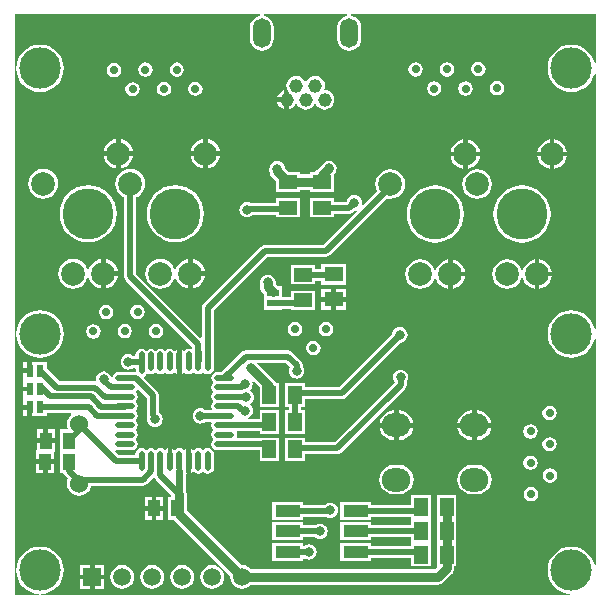
<source format=gbl>
%FSLAX25Y25*%
%MOIN*%
G70*
G01*
G75*
G04 Layer_Physical_Order=2*
G04 Layer_Color=16711680*
%ADD10R,0.04921X0.07284*%
%ADD11R,0.09252X0.09449*%
%ADD12C,0.02756*%
%ADD13C,0.03150*%
%ADD14C,0.01969*%
%ADD15C,0.05906*%
%ADD16R,0.05906X0.05906*%
%ADD17C,0.06000*%
%ADD18O,0.09449X0.07874*%
%ADD19C,0.07874*%
%ADD20O,0.05906X0.09843*%
%ADD21C,0.04528*%
%ADD22C,0.02756*%
%ADD23C,0.03150*%
%ADD24C,0.13780*%
%ADD25C,0.17000*%
%ADD26R,0.08268X0.03937*%
%ADD27R,0.04500X0.05906*%
%ADD28R,0.02362X0.03937*%
%ADD29R,0.06299X0.05118*%
%ADD30R,0.05906X0.04500*%
%ADD31O,0.06496X0.02165*%
%ADD32O,0.02165X0.06496*%
%ADD33R,0.04000X0.05512*%
%ADD34R,0.03937X0.02362*%
%ADD35C,0.02362*%
G36*
X185367Y1791D02*
X184872Y1718D01*
X184475Y3028D01*
X183744Y4396D01*
X182760Y5595D01*
X181561Y6579D01*
X180193Y7310D01*
X178709Y7760D01*
X177165Y7912D01*
X175622Y7760D01*
X174137Y7310D01*
X172770Y6579D01*
X171571Y5595D01*
X170587Y4396D01*
X169855Y3028D01*
X169405Y1544D01*
X169253Y0D01*
X169405Y-1544D01*
X169855Y-3028D01*
X170587Y-4396D01*
X171571Y-5595D01*
X172770Y-6579D01*
X174137Y-7310D01*
X175622Y-7760D01*
X177165Y-7912D01*
X178709Y-7760D01*
X180193Y-7310D01*
X181561Y-6579D01*
X182760Y-5595D01*
X183744Y-4396D01*
X184475Y-3028D01*
X184872Y-1718D01*
X185367Y-1791D01*
Y-86791D01*
X184872Y-86865D01*
X184475Y-85555D01*
X183744Y-84187D01*
X182760Y-82988D01*
X181561Y-82004D01*
X180193Y-81273D01*
X178709Y-80823D01*
X177165Y-80671D01*
X175622Y-80823D01*
X174137Y-81273D01*
X172770Y-82004D01*
X171571Y-82988D01*
X170587Y-84187D01*
X169855Y-85555D01*
X169405Y-87039D01*
X169253Y-88583D01*
X169405Y-90126D01*
X169855Y-91610D01*
X170587Y-92978D01*
X171571Y-94177D01*
X172770Y-95161D01*
X174137Y-95893D01*
X175622Y-96343D01*
X177165Y-96495D01*
X178709Y-96343D01*
X180193Y-95893D01*
X181561Y-95161D01*
X182760Y-94177D01*
X183744Y-92978D01*
X184475Y-91610D01*
X184872Y-90301D01*
X185367Y-90374D01*
Y-165532D01*
X184872Y-165605D01*
X184475Y-164295D01*
X183744Y-162927D01*
X182760Y-161728D01*
X181561Y-160744D01*
X180193Y-160013D01*
X178709Y-159563D01*
X177165Y-159411D01*
X175622Y-159563D01*
X174137Y-160013D01*
X172770Y-160744D01*
X171571Y-161728D01*
X170587Y-162927D01*
X169855Y-164295D01*
X169405Y-165779D01*
X169253Y-167323D01*
X169405Y-168866D01*
X169855Y-170351D01*
X170587Y-171719D01*
X171571Y-172917D01*
X172770Y-173901D01*
X174137Y-174633D01*
X175622Y-175083D01*
X176744Y-175194D01*
X176720Y-175693D01*
X446D01*
X422Y-175214D01*
X422D01*
X421Y-175194D01*
X1544Y-175083D01*
X3028Y-174633D01*
X4396Y-173901D01*
X5595Y-172917D01*
X6579Y-171719D01*
X7310Y-170351D01*
X7760Y-168866D01*
X7912Y-167323D01*
X7760Y-165779D01*
X7310Y-164295D01*
X6579Y-162927D01*
X5595Y-161728D01*
X4396Y-160744D01*
X3028Y-160013D01*
X1544Y-159563D01*
X0Y-159411D01*
X-1544Y-159563D01*
X-3028Y-160013D01*
X-4396Y-160744D01*
X-5595Y-161728D01*
X-6579Y-162927D01*
X-7310Y-164295D01*
X-7760Y-165779D01*
X-7912Y-167323D01*
X-7760Y-168866D01*
X-7310Y-170351D01*
X-6579Y-171719D01*
X-5595Y-172917D01*
X-4396Y-173901D01*
X-3028Y-174633D01*
X-1544Y-175083D01*
X-421Y-175194D01*
X-446Y-175693D01*
X-8457D01*
Y18131D01*
X73311D01*
X73344Y17632D01*
X72988Y17585D01*
X72030Y17188D01*
X71208Y16557D01*
X70577Y15735D01*
X70180Y14777D01*
X70045Y13749D01*
Y9812D01*
X70180Y8785D01*
X70577Y7827D01*
X71208Y7005D01*
X72030Y6373D01*
X72988Y5977D01*
X74016Y5841D01*
X75043Y5977D01*
X76001Y6373D01*
X76824Y7005D01*
X77455Y7827D01*
X77851Y8785D01*
X77987Y9812D01*
Y13749D01*
X77851Y14777D01*
X77455Y15735D01*
X76824Y16557D01*
X76001Y17188D01*
X75043Y17585D01*
X74687Y17632D01*
X74720Y18131D01*
X102445D01*
X102478Y17632D01*
X102122Y17585D01*
X101164Y17188D01*
X100342Y16557D01*
X99711Y15735D01*
X99314Y14777D01*
X99179Y13749D01*
Y9812D01*
X99314Y8785D01*
X99711Y7827D01*
X100342Y7005D01*
X101164Y6373D01*
X102122Y5977D01*
X103150Y5841D01*
X104177Y5977D01*
X105135Y6373D01*
X105957Y7005D01*
X106589Y7827D01*
X106985Y8785D01*
X107121Y9812D01*
Y13749D01*
X106985Y14777D01*
X106589Y15735D01*
X105957Y16557D01*
X105135Y17188D01*
X104177Y17585D01*
X103821Y17632D01*
X103854Y18131D01*
X185367D01*
Y1791D01*
D02*
G37*
%LPC*%
G36*
X145620Y-113975D02*
Y-118151D01*
X150480D01*
X150415Y-117654D01*
X149919Y-116457D01*
X149130Y-115429D01*
X148102Y-114640D01*
X146905Y-114144D01*
X145620Y-113975D01*
D02*
G37*
G36*
X144045D02*
X142761Y-114144D01*
X141564Y-114640D01*
X140535Y-115429D01*
X139747Y-116457D01*
X139251Y-117654D01*
X139185Y-118151D01*
X144045D01*
Y-113975D01*
D02*
G37*
G36*
X119636D02*
Y-118151D01*
X124496D01*
X124431Y-117654D01*
X123935Y-116457D01*
X123146Y-115429D01*
X122118Y-114640D01*
X120921Y-114144D01*
X119636Y-113975D01*
D02*
G37*
G36*
X169912Y-112419D02*
X168990Y-112603D01*
X168209Y-113125D01*
X167687Y-113906D01*
X167503Y-114828D01*
X167687Y-115750D01*
X168209Y-116531D01*
X168990Y-117053D01*
X169912Y-117236D01*
X170834Y-117053D01*
X171615Y-116531D01*
X172137Y-115750D01*
X172320Y-114828D01*
X172137Y-113906D01*
X171615Y-113125D01*
X170834Y-112603D01*
X169912Y-112419D01*
D02*
G37*
G36*
X82623Y-94040D02*
X68608D01*
X67840Y-94193D01*
X67189Y-94628D01*
X60711Y-101106D01*
X59277D01*
X58470Y-101267D01*
X57787Y-101724D01*
X57330Y-102407D01*
X57169Y-103214D01*
X57330Y-104020D01*
X57787Y-104704D01*
Y-104873D01*
X57330Y-105557D01*
X57169Y-106363D01*
X57330Y-107170D01*
X57787Y-107853D01*
Y-108023D01*
X57330Y-108706D01*
X57169Y-109513D01*
X57330Y-110319D01*
X57787Y-111003D01*
Y-111172D01*
X57330Y-111856D01*
X57169Y-112662D01*
X57320Y-113418D01*
X57002Y-113805D01*
X55062D01*
X54787Y-113594D01*
X54165Y-113336D01*
X53497Y-113248D01*
X52829Y-113336D01*
X52206Y-113594D01*
X51672Y-114004D01*
X51262Y-114539D01*
X51004Y-115161D01*
X50916Y-115829D01*
X51004Y-116497D01*
X51262Y-117120D01*
X51672Y-117655D01*
X52206Y-118065D01*
X52829Y-118323D01*
X53497Y-118411D01*
X54165Y-118323D01*
X54787Y-118065D01*
X55107Y-117819D01*
X57002D01*
X57320Y-118206D01*
X57169Y-118962D01*
X57330Y-119768D01*
X57787Y-120452D01*
Y-120621D01*
X57330Y-121305D01*
X57169Y-122111D01*
X57330Y-122918D01*
X57787Y-123601D01*
Y-123771D01*
X57330Y-124454D01*
X57169Y-125261D01*
X57330Y-126067D01*
X57787Y-126751D01*
X58470Y-127208D01*
X59277Y-127368D01*
X63607D01*
X64112Y-127268D01*
X73237D01*
Y-130925D01*
X79705D01*
Y-123051D01*
X73237D01*
Y-123254D01*
X65882D01*
X65564Y-122867D01*
X65715Y-122111D01*
X65554Y-121305D01*
X65734Y-120969D01*
X73237D01*
Y-121877D01*
X79705D01*
Y-114003D01*
X73237D01*
Y-116955D01*
X69403D01*
X69305Y-116464D01*
X69674Y-116311D01*
X70209Y-115901D01*
X70619Y-115367D01*
X70877Y-114744D01*
X70965Y-114076D01*
X70877Y-113408D01*
X70619Y-112785D01*
X70209Y-112251D01*
X70077Y-112150D01*
X70109Y-111910D01*
X70643Y-111500D01*
X71053Y-110965D01*
X71311Y-110343D01*
X71399Y-109675D01*
X71311Y-109007D01*
X71053Y-108384D01*
X70643Y-107849D01*
X70109Y-107439D01*
X70082Y-107239D01*
X70190Y-107157D01*
X70600Y-106622D01*
X70858Y-106000D01*
X70946Y-105332D01*
X70858Y-104664D01*
X70812Y-104554D01*
X71228Y-104277D01*
X73237Y-106285D01*
Y-112791D01*
X79705D01*
Y-104917D01*
X78846D01*
X78706Y-104578D01*
X78296Y-104044D01*
X72329Y-98077D01*
X72337Y-98054D01*
X81792D01*
X83329Y-99592D01*
X83075Y-100204D01*
X82987Y-100872D01*
X83075Y-101540D01*
X83333Y-102163D01*
X83743Y-102697D01*
X84278Y-103107D01*
X84900Y-103365D01*
X85568Y-103453D01*
X86237Y-103365D01*
X86859Y-103107D01*
X87394Y-102697D01*
X87804Y-102163D01*
X88062Y-101540D01*
X88150Y-100872D01*
X88062Y-100204D01*
X87804Y-99581D01*
X87576Y-99284D01*
Y-98993D01*
X87423Y-98225D01*
X86988Y-97574D01*
X84042Y-94628D01*
X83391Y-94193D01*
X82623Y-94040D01*
D02*
G37*
G36*
X119956Y-86261D02*
X119288Y-86349D01*
X118665Y-86606D01*
X118131Y-87017D01*
X117720Y-87551D01*
X117463Y-88174D01*
X117414Y-88546D01*
X99714Y-106245D01*
X88205D01*
Y-104917D01*
X81736D01*
Y-112791D01*
X82964D01*
Y-114003D01*
X81736D01*
Y-121877D01*
X88205D01*
Y-114003D01*
X86978D01*
Y-112791D01*
X88205D01*
Y-110259D01*
X100545D01*
X101313Y-110107D01*
X101964Y-109672D01*
X101964Y-109672D01*
X101964Y-109672D01*
X120252Y-91384D01*
X120624Y-91335D01*
X121246Y-91077D01*
X121781Y-90667D01*
X122191Y-90132D01*
X122449Y-89510D01*
X122537Y-88842D01*
X122449Y-88174D01*
X122191Y-87551D01*
X121781Y-87017D01*
X121246Y-86606D01*
X120624Y-86349D01*
X119956Y-86261D01*
D02*
G37*
G36*
X-4168Y-113757D02*
X-5546D01*
Y-115922D01*
X-4168D01*
Y-113757D01*
D02*
G37*
G36*
X150480Y-119726D02*
X145620D01*
Y-123902D01*
X146905Y-123733D01*
X148102Y-123237D01*
X149130Y-122448D01*
X149919Y-121420D01*
X150415Y-120223D01*
X150480Y-119726D01*
D02*
G37*
G36*
X144045D02*
X139185D01*
X139251Y-120223D01*
X139747Y-121420D01*
X140535Y-122448D01*
X141564Y-123237D01*
X142761Y-123733D01*
X144045Y-123902D01*
Y-119726D01*
D02*
G37*
G36*
X124496D02*
X119636D01*
Y-123902D01*
X120921Y-123733D01*
X122118Y-123237D01*
X123146Y-122448D01*
X123935Y-121420D01*
X124431Y-120223D01*
X124496Y-119726D01*
D02*
G37*
G36*
X163535Y-118602D02*
X162613Y-118786D01*
X161832Y-119308D01*
X161310Y-120089D01*
X161126Y-121011D01*
X161310Y-121933D01*
X161832Y-122714D01*
X162613Y-123236D01*
X163535Y-123419D01*
X164457Y-123236D01*
X165238Y-122714D01*
X165760Y-121933D01*
X165944Y-121011D01*
X165760Y-120089D01*
X165238Y-119308D01*
X164457Y-118786D01*
X163535Y-118602D01*
D02*
G37*
G36*
X118061Y-113975D02*
X116777Y-114144D01*
X115579Y-114640D01*
X114551Y-115429D01*
X113762Y-116457D01*
X113267Y-117654D01*
X113201Y-118151D01*
X118061D01*
Y-113975D01*
D02*
G37*
G36*
X4862Y-120316D02*
X2665D01*
Y-123269D01*
X4862D01*
Y-120316D01*
D02*
G37*
G36*
X1091D02*
X-1106D01*
Y-123269D01*
X1091D01*
Y-120316D01*
D02*
G37*
G36*
X22109Y-78756D02*
X21187Y-78939D01*
X20406Y-79461D01*
X19884Y-80243D01*
X19701Y-81164D01*
X19884Y-82086D01*
X20406Y-82867D01*
X21187Y-83389D01*
X22109Y-83573D01*
X23031Y-83389D01*
X23812Y-82867D01*
X24334Y-82086D01*
X24518Y-81164D01*
X24334Y-80243D01*
X23812Y-79461D01*
X23031Y-78939D01*
X22109Y-78756D01*
D02*
G37*
G36*
X95418Y-84470D02*
X94496Y-84654D01*
X93714Y-85176D01*
X93192Y-85957D01*
X93009Y-86879D01*
X93192Y-87801D01*
X93714Y-88582D01*
X94496Y-89104D01*
X95418Y-89287D01*
X96339Y-89104D01*
X97121Y-88582D01*
X97643Y-87801D01*
X97826Y-86879D01*
X97643Y-85957D01*
X97121Y-85176D01*
X96339Y-84654D01*
X95418Y-84470D01*
D02*
G37*
G36*
X84970D02*
X84049Y-84654D01*
X83267Y-85176D01*
X82745Y-85957D01*
X82562Y-86879D01*
X82745Y-87801D01*
X83267Y-88582D01*
X84049Y-89104D01*
X84970Y-89287D01*
X85892Y-89104D01*
X86673Y-88582D01*
X87195Y-87801D01*
X87379Y-86879D01*
X87195Y-85957D01*
X86673Y-85176D01*
X85892Y-84654D01*
X84970Y-84470D01*
D02*
G37*
G36*
X32556Y-78756D02*
X31635Y-78939D01*
X30853Y-79461D01*
X30331Y-80243D01*
X30148Y-81164D01*
X30331Y-82086D01*
X30853Y-82867D01*
X31635Y-83389D01*
X32556Y-83573D01*
X33478Y-83389D01*
X34259Y-82867D01*
X34782Y-82086D01*
X34965Y-81164D01*
X34782Y-80243D01*
X34259Y-79461D01*
X33478Y-78939D01*
X32556Y-78756D01*
D02*
G37*
G36*
X102023Y-77768D02*
X98676D01*
Y-80524D01*
X102023D01*
Y-77768D01*
D02*
G37*
G36*
X97101D02*
X93755D01*
Y-80524D01*
X97101D01*
Y-77768D01*
D02*
G37*
G36*
X75962Y-68785D02*
X75294Y-68873D01*
X74671Y-69130D01*
X74137Y-69541D01*
X73726Y-70075D01*
X73469Y-70698D01*
X73381Y-71366D01*
Y-72934D01*
X73469Y-73602D01*
X73575Y-73860D01*
X73726Y-74225D01*
X74137Y-74759D01*
X74693Y-75316D01*
Y-76981D01*
Y-80524D01*
X80599D01*
Y-80366D01*
X83735D01*
Y-80524D01*
X91609D01*
Y-74055D01*
X83735D01*
Y-76351D01*
X80599D01*
Y-72650D01*
X79328D01*
X78543Y-71865D01*
Y-71366D01*
X78455Y-70698D01*
X78197Y-70075D01*
X77787Y-69541D01*
X77252Y-69130D01*
X76630Y-68873D01*
X75962Y-68785D01*
D02*
G37*
G36*
X91153Y-90847D02*
X90232Y-91031D01*
X89450Y-91553D01*
X88928Y-92334D01*
X88745Y-93256D01*
X88928Y-94178D01*
X89450Y-94959D01*
X90232Y-95481D01*
X91153Y-95664D01*
X92075Y-95481D01*
X92856Y-94959D01*
X93379Y-94178D01*
X93562Y-93256D01*
X93379Y-92334D01*
X92856Y-91553D01*
X92075Y-91031D01*
X91153Y-90847D01*
D02*
G37*
G36*
X0Y-80671D02*
X-1544Y-80823D01*
X-3028Y-81273D01*
X-4396Y-82004D01*
X-5595Y-82988D01*
X-6579Y-84187D01*
X-7310Y-85555D01*
X-7760Y-87039D01*
X-7912Y-88583D01*
X-7760Y-90126D01*
X-7310Y-91610D01*
X-6579Y-92978D01*
X-5595Y-94177D01*
X-4396Y-95161D01*
X-3028Y-95893D01*
X-1544Y-96343D01*
X0Y-96495D01*
X1544Y-96343D01*
X3028Y-95893D01*
X4396Y-95161D01*
X5595Y-94177D01*
X6579Y-92978D01*
X7310Y-91610D01*
X7760Y-90126D01*
X7912Y-88583D01*
X7760Y-87039D01*
X7310Y-85555D01*
X6579Y-84187D01*
X5595Y-82988D01*
X4396Y-82004D01*
X3028Y-81273D01*
X1544Y-80823D01*
X0Y-80671D01*
D02*
G37*
G36*
X-4168Y-97779D02*
X-5546D01*
Y-99944D01*
X-4168D01*
Y-97779D01*
D02*
G37*
G36*
X43332Y-93429D02*
X42525Y-93589D01*
X41842Y-94046D01*
X41672D01*
X40989Y-93589D01*
X40182Y-93429D01*
X39376Y-93589D01*
X38692Y-94046D01*
X38523D01*
X37839Y-93589D01*
X37033Y-93429D01*
X36226Y-93589D01*
X35542Y-94046D01*
X35373D01*
X34689Y-93589D01*
X33883Y-93429D01*
X33077Y-93589D01*
X32393Y-94046D01*
X31936Y-94730D01*
X31776Y-95536D01*
Y-95835D01*
X31032D01*
X30735Y-95606D01*
X30112Y-95349D01*
X29444Y-95261D01*
X28776Y-95349D01*
X28153Y-95606D01*
X27619Y-96017D01*
X27209Y-96551D01*
X26951Y-97174D01*
X26863Y-97842D01*
X26951Y-98510D01*
X27209Y-99132D01*
X27619Y-99667D01*
X28153Y-100077D01*
X28776Y-100335D01*
X29444Y-100423D01*
X30112Y-100335D01*
X30735Y-100077D01*
X31032Y-99849D01*
X31776D01*
Y-99867D01*
X31876Y-100372D01*
Y-100921D01*
D01*
X31876Y-100921D01*
D01*
X31569Y-101237D01*
X31192D01*
X30536Y-101106D01*
X26206D01*
X25399Y-101267D01*
X24716Y-101724D01*
X24259Y-102407D01*
X24179Y-102809D01*
X23681Y-102858D01*
X23460Y-102325D01*
X23050Y-101791D01*
X22516Y-101380D01*
X21893Y-101122D01*
X21225Y-101035D01*
X20557Y-101122D01*
X19935Y-101380D01*
X19400Y-101791D01*
X18990Y-102325D01*
X18732Y-102948D01*
X18644Y-103616D01*
X18694Y-103992D01*
X18364Y-104368D01*
X6660D01*
X2328Y-100036D01*
Y-97779D01*
X-2594D01*
Y-100732D01*
X-3380D01*
Y-101519D01*
X-5546D01*
Y-103684D01*
X-5546Y-103684D01*
X-5546Y-103898D01*
X-5546D01*
Y-106063D01*
X-3380D01*
Y-107638D01*
X-5546D01*
Y-109803D01*
X-5546Y-109803D01*
X-5546Y-110017D01*
X-5546D01*
Y-112182D01*
X-3380D01*
Y-112968D01*
X-2594D01*
Y-115922D01*
X2328D01*
Y-114976D01*
X10218D01*
X10378Y-115450D01*
X10216Y-115574D01*
X9578Y-116406D01*
X9176Y-117376D01*
X9039Y-118416D01*
X9176Y-119456D01*
X9360Y-119901D01*
X9083Y-120316D01*
X6694D01*
Y-127362D01*
X6597D01*
Y-134843D01*
X7822D01*
X7824Y-134850D01*
X8259Y-135501D01*
X9457Y-136699D01*
X9176Y-137376D01*
X9039Y-138416D01*
X9176Y-139456D01*
X9578Y-140425D01*
X10216Y-141257D01*
X11049Y-141896D01*
X12018Y-142297D01*
X13058Y-142434D01*
X14098Y-142297D01*
X15067Y-141896D01*
X15900Y-141257D01*
X16538Y-140425D01*
X16940Y-139456D01*
X16987Y-139097D01*
X34241D01*
X35009Y-138945D01*
X35660Y-138510D01*
X35660Y-138510D01*
X35660Y-138510D01*
X37863Y-136307D01*
X38328Y-136448D01*
X38763Y-137099D01*
X43725Y-142062D01*
Y-142912D01*
X42830D01*
Y-150392D01*
X44662D01*
X63517Y-169247D01*
X63480Y-169531D01*
X63615Y-170558D01*
X64012Y-171516D01*
X64643Y-172338D01*
X65465Y-172969D01*
X66423Y-173366D01*
X67451Y-173502D01*
X68478Y-173366D01*
X69436Y-172969D01*
X70258Y-172338D01*
X70433Y-172112D01*
X132662D01*
X133330Y-172024D01*
X133642Y-171895D01*
X133953Y-171766D01*
X134487Y-171356D01*
X137404Y-168439D01*
X137609Y-168172D01*
X137814Y-167904D01*
X138072Y-167282D01*
X138160Y-166614D01*
Y-166038D01*
X138813D01*
Y-158164D01*
D01*
Y-158164D01*
X138813Y-158164D01*
Y-158038D01*
X138813D01*
Y-150164D01*
D01*
Y-150164D01*
X138813Y-150164D01*
Y-150038D01*
X138813D01*
Y-142164D01*
X132345D01*
Y-150038D01*
X132345Y-150038D01*
X132345Y-150164D01*
X132345D01*
Y-158038D01*
X132345Y-158038D01*
X132345Y-158164D01*
X132345D01*
Y-166038D01*
X132345Y-166038D01*
X132345D01*
X132392Y-166151D01*
X131593Y-166949D01*
X70433D01*
X70258Y-166723D01*
X69436Y-166092D01*
X68478Y-165695D01*
X67451Y-165560D01*
X67167Y-165597D01*
X48888Y-147317D01*
Y-141937D01*
X48800Y-141269D01*
X48689Y-141002D01*
Y-135252D01*
X49075Y-134935D01*
X48844Y-134889D01*
Y-130774D01*
Y-126656D01*
X48825Y-126660D01*
X48141Y-127117D01*
X47971D01*
X47288Y-126660D01*
X46481Y-126500D01*
X45675Y-126660D01*
X44991Y-127117D01*
X44822D01*
X44138Y-126660D01*
X44119Y-126656D01*
Y-130774D01*
X42544D01*
Y-126656D01*
X42525Y-126660D01*
X41842Y-127117D01*
X41672D01*
X40989Y-126660D01*
X40182Y-126500D01*
X39376Y-126660D01*
X38692Y-127117D01*
X38523D01*
X37839Y-126660D01*
X37033Y-126500D01*
X36226Y-126660D01*
X35542Y-127117D01*
X35373D01*
X34689Y-126660D01*
X33883Y-126500D01*
X33077Y-126660D01*
X32393Y-127117D01*
X31936Y-127801D01*
X31776Y-128607D01*
Y-128766D01*
X26280D01*
X25163Y-127649D01*
X25399Y-127208D01*
D01*
X25399Y-127208D01*
X26206Y-127368D01*
X30536D01*
X31343Y-127208D01*
X32027Y-126751D01*
X32484Y-126067D01*
X32644Y-125261D01*
X32484Y-124454D01*
X32027Y-123771D01*
Y-123601D01*
X32484Y-122918D01*
X32644Y-122111D01*
X32484Y-121305D01*
X32027Y-120621D01*
Y-120452D01*
X32484Y-119768D01*
X32644Y-118962D01*
X32484Y-118155D01*
X32027Y-117472D01*
Y-117302D01*
X32484Y-116619D01*
X32644Y-115812D01*
X32484Y-115006D01*
X32027Y-114322D01*
Y-114153D01*
X32484Y-113469D01*
X32644Y-112662D01*
X32484Y-111856D01*
X32027Y-111172D01*
Y-111003D01*
X32484Y-110319D01*
X32644Y-109513D01*
X32484Y-108706D01*
X32027Y-108023D01*
Y-107853D01*
X32460Y-107204D01*
X32958Y-107155D01*
X35533Y-109730D01*
Y-115647D01*
X35686Y-116415D01*
X35776Y-116550D01*
X35732Y-116884D01*
X35820Y-117552D01*
X36078Y-118174D01*
X36488Y-118709D01*
X37023Y-119119D01*
X37645Y-119377D01*
X38313Y-119465D01*
X38981Y-119377D01*
X39604Y-119119D01*
X40138Y-118709D01*
X40549Y-118174D01*
X40806Y-117552D01*
X40894Y-116884D01*
X40806Y-116216D01*
X40549Y-115593D01*
X40138Y-115059D01*
X39604Y-114648D01*
X39547Y-114625D01*
Y-108899D01*
X39420Y-108258D01*
X39394Y-108131D01*
X38959Y-107480D01*
X34559Y-103079D01*
X34651Y-102776D01*
X35302Y-102340D01*
X35737Y-101689D01*
X35924Y-101612D01*
X36226Y-101814D01*
X37033Y-101975D01*
X37839Y-101814D01*
X38523Y-101357D01*
X38692D01*
X39376Y-101814D01*
X40182Y-101975D01*
X40989Y-101814D01*
X41672Y-101357D01*
X41842D01*
X42525Y-101814D01*
X43332Y-101975D01*
X44138Y-101814D01*
X44822Y-101357D01*
X44991D01*
X45675Y-101814D01*
X45694Y-101818D01*
Y-97703D01*
Y-93586D01*
X45675Y-93589D01*
X44991Y-94046D01*
X44822D01*
X44138Y-93589D01*
X43332Y-93429D01*
D02*
G37*
G36*
X38739Y-85133D02*
X37818Y-85316D01*
X37036Y-85838D01*
X36514Y-86620D01*
X36331Y-87541D01*
X36514Y-88463D01*
X37036Y-89244D01*
X37818Y-89766D01*
X38739Y-89950D01*
X39661Y-89766D01*
X40442Y-89244D01*
X40964Y-88463D01*
X41148Y-87541D01*
X40964Y-86620D01*
X40442Y-85838D01*
X39661Y-85316D01*
X38739Y-85133D01*
D02*
G37*
G36*
X28292D02*
X27370Y-85316D01*
X26589Y-85838D01*
X26067Y-86620D01*
X25884Y-87541D01*
X26067Y-88463D01*
X26589Y-89244D01*
X27370Y-89766D01*
X28292Y-89950D01*
X29214Y-89766D01*
X29995Y-89244D01*
X30517Y-88463D01*
X30700Y-87541D01*
X30517Y-86620D01*
X29995Y-85838D01*
X29214Y-85316D01*
X28292Y-85133D01*
D02*
G37*
G36*
X17845Y-85272D02*
X16923Y-85456D01*
X16142Y-85978D01*
X15620Y-86759D01*
X15436Y-87681D01*
X15620Y-88602D01*
X16142Y-89384D01*
X16923Y-89906D01*
X17845Y-90089D01*
X18767Y-89906D01*
X19548Y-89384D01*
X20070Y-88602D01*
X20253Y-87681D01*
X20070Y-86759D01*
X19548Y-85978D01*
X18767Y-85456D01*
X17845Y-85272D01*
D02*
G37*
G36*
X87694Y-151372D02*
X77458D01*
Y-157277D01*
X87694D01*
Y-156332D01*
X91721D01*
X92019Y-156560D01*
X92641Y-156818D01*
X93309Y-156906D01*
X93977Y-156818D01*
X94600Y-156560D01*
X95135Y-156150D01*
X95545Y-155615D01*
X95802Y-154992D01*
X95890Y-154324D01*
X95802Y-153656D01*
X95545Y-153034D01*
X95135Y-152499D01*
X94600Y-152089D01*
X93977Y-151831D01*
X93309Y-151743D01*
X92641Y-151831D01*
X92019Y-152089D01*
X91721Y-152317D01*
X87694D01*
Y-151372D01*
D02*
G37*
G36*
Y-158261D02*
X77458D01*
Y-164167D01*
X87694D01*
Y-163508D01*
X88143Y-163287D01*
X88355Y-163450D01*
X88977Y-163707D01*
X89645Y-163795D01*
X90313Y-163707D01*
X90936Y-163450D01*
X91470Y-163039D01*
X91881Y-162505D01*
X92138Y-161882D01*
X92226Y-161214D01*
X92138Y-160546D01*
X91881Y-159924D01*
X91470Y-159389D01*
X90936Y-158979D01*
X90313Y-158721D01*
X89645Y-158633D01*
X88977Y-158721D01*
X88355Y-158979D01*
X88143Y-159142D01*
X87694Y-158921D01*
Y-158261D01*
D02*
G37*
G36*
X21388Y-165594D02*
X18238D01*
Y-168743D01*
X21388D01*
Y-165594D01*
D02*
G37*
G36*
X37227Y-147439D02*
X35030D01*
Y-150392D01*
X37227D01*
Y-147439D01*
D02*
G37*
G36*
Y-142912D02*
X35030D01*
Y-145864D01*
X37227D01*
Y-142912D01*
D02*
G37*
G36*
X87694Y-144482D02*
X77458D01*
Y-150387D01*
X87694D01*
Y-149442D01*
X95306D01*
X95463Y-149563D01*
X96086Y-149820D01*
X96754Y-149908D01*
X97422Y-149820D01*
X98044Y-149563D01*
X98579Y-149152D01*
X98989Y-148618D01*
X99247Y-147995D01*
X99335Y-147327D01*
X99247Y-146659D01*
X98989Y-146037D01*
X98579Y-145502D01*
X98044Y-145092D01*
X97422Y-144834D01*
X96754Y-144746D01*
X96086Y-144834D01*
X95463Y-145092D01*
X95025Y-145428D01*
X87694D01*
Y-144482D01*
D02*
G37*
G36*
X40999Y-147439D02*
X38802D01*
Y-150392D01*
X40999D01*
Y-147439D01*
D02*
G37*
G36*
X47451Y-165560D02*
X46423Y-165695D01*
X45465Y-166092D01*
X44643Y-166723D01*
X44012Y-167545D01*
X43615Y-168503D01*
X43480Y-169531D01*
X43615Y-170558D01*
X44012Y-171516D01*
X44643Y-172338D01*
X45465Y-172969D01*
X46423Y-173366D01*
X47451Y-173502D01*
X48478Y-173366D01*
X49436Y-172969D01*
X50258Y-172338D01*
X50890Y-171516D01*
X51286Y-170558D01*
X51422Y-169531D01*
X51286Y-168503D01*
X50890Y-167545D01*
X50258Y-166723D01*
X49436Y-166092D01*
X48478Y-165695D01*
X47451Y-165560D01*
D02*
G37*
G36*
X37451D02*
X36423Y-165695D01*
X35465Y-166092D01*
X34643Y-166723D01*
X34012Y-167545D01*
X33615Y-168503D01*
X33480Y-169531D01*
X33615Y-170558D01*
X34012Y-171516D01*
X34643Y-172338D01*
X35465Y-172969D01*
X36423Y-173366D01*
X37451Y-173502D01*
X38478Y-173366D01*
X39436Y-172969D01*
X40258Y-172338D01*
X40890Y-171516D01*
X41286Y-170558D01*
X41422Y-169531D01*
X41286Y-168503D01*
X40890Y-167545D01*
X40258Y-166723D01*
X39436Y-166092D01*
X38478Y-165695D01*
X37451Y-165560D01*
D02*
G37*
G36*
X27451D02*
X26423Y-165695D01*
X25465Y-166092D01*
X24643Y-166723D01*
X24012Y-167545D01*
X23615Y-168503D01*
X23480Y-169531D01*
X23615Y-170558D01*
X24012Y-171516D01*
X24643Y-172338D01*
X25465Y-172969D01*
X26423Y-173366D01*
X27451Y-173502D01*
X28478Y-173366D01*
X29436Y-172969D01*
X30259Y-172338D01*
X30890Y-171516D01*
X31286Y-170558D01*
X31422Y-169531D01*
X31286Y-168503D01*
X30890Y-167545D01*
X30259Y-166723D01*
X29436Y-166092D01*
X28478Y-165695D01*
X27451Y-165560D01*
D02*
G37*
G36*
X57451D02*
X56423Y-165695D01*
X55465Y-166092D01*
X54643Y-166723D01*
X54012Y-167545D01*
X53615Y-168503D01*
X53480Y-169531D01*
X53615Y-170558D01*
X54012Y-171516D01*
X54643Y-172338D01*
X55465Y-172969D01*
X56423Y-173366D01*
X57451Y-173502D01*
X58478Y-173366D01*
X59436Y-172969D01*
X60259Y-172338D01*
X60890Y-171516D01*
X61286Y-170558D01*
X61422Y-169531D01*
X61286Y-168503D01*
X60890Y-167545D01*
X60259Y-166723D01*
X59436Y-166092D01*
X58478Y-165695D01*
X57451Y-165560D01*
D02*
G37*
G36*
X16663Y-165594D02*
X13514D01*
Y-168743D01*
X16663D01*
Y-165594D01*
D02*
G37*
G36*
X21388Y-170318D02*
X18238D01*
Y-173468D01*
X21388D01*
Y-170318D01*
D02*
G37*
G36*
X16663D02*
X13514D01*
Y-173468D01*
X16663D01*
Y-170318D01*
D02*
G37*
G36*
X4862Y-124844D02*
X-1106D01*
Y-127362D01*
X-1203D01*
Y-130315D01*
X4766D01*
Y-127797D01*
X4862D01*
Y-124844D01*
D02*
G37*
G36*
X163535Y-129050D02*
X162613Y-129233D01*
X161832Y-129755D01*
X161310Y-130536D01*
X161126Y-131458D01*
X161310Y-132380D01*
X161832Y-133161D01*
X162613Y-133683D01*
X163535Y-133867D01*
X164457Y-133683D01*
X165238Y-133161D01*
X165760Y-132380D01*
X165944Y-131458D01*
X165760Y-130536D01*
X165238Y-129755D01*
X164457Y-129233D01*
X163535Y-129050D01*
D02*
G37*
G36*
X4766Y-131890D02*
X2569D01*
Y-134843D01*
X4766D01*
Y-131890D01*
D02*
G37*
G36*
X169912Y-122867D02*
X168990Y-123050D01*
X168209Y-123572D01*
X167687Y-124354D01*
X167503Y-125275D01*
X167687Y-126197D01*
X168209Y-126978D01*
X168990Y-127500D01*
X169912Y-127684D01*
X170834Y-127500D01*
X171615Y-126978D01*
X172137Y-126197D01*
X172320Y-125275D01*
X172137Y-124354D01*
X171615Y-123572D01*
X170834Y-123050D01*
X169912Y-122867D01*
D02*
G37*
G36*
X118061Y-119726D02*
X113201D01*
X113267Y-120223D01*
X113762Y-121420D01*
X114551Y-122448D01*
X115579Y-123237D01*
X116777Y-123733D01*
X118061Y-123902D01*
Y-119726D01*
D02*
G37*
G36*
X120237Y-100388D02*
X119569Y-100476D01*
X118946Y-100734D01*
X118412Y-101144D01*
X118001Y-101679D01*
X117744Y-102301D01*
X117656Y-102969D01*
X117744Y-103637D01*
X118001Y-104260D01*
X118230Y-104557D01*
Y-104616D01*
X98207Y-124639D01*
X88205D01*
Y-123051D01*
X81736D01*
Y-130925D01*
X88205D01*
Y-128653D01*
X99038D01*
X99806Y-128500D01*
X100457Y-128065D01*
X100457Y-128065D01*
X100457Y-128065D01*
X121656Y-106866D01*
X122091Y-106215D01*
X122244Y-105447D01*
X122244Y-105447D01*
X122244Y-105447D01*
Y-105447D01*
Y-104557D01*
X122472Y-104260D01*
X122730Y-103637D01*
X122818Y-102969D01*
X122730Y-102301D01*
X122472Y-101679D01*
X122062Y-101144D01*
X121527Y-100734D01*
X120905Y-100476D01*
X120237Y-100388D01*
D02*
G37*
G36*
X55930Y-126500D02*
X55124Y-126660D01*
X54440Y-127117D01*
X54271D01*
X53587Y-126660D01*
X52781Y-126500D01*
X51974Y-126660D01*
X51290Y-127117D01*
X51121D01*
X50437Y-126660D01*
X50418Y-126656D01*
Y-130774D01*
Y-134889D01*
X50437Y-134885D01*
X51121Y-134428D01*
X51290D01*
X51974Y-134885D01*
X52781Y-135045D01*
X53587Y-134885D01*
X54271Y-134428D01*
X54440D01*
X55124Y-134885D01*
X55930Y-135045D01*
X56737Y-134885D01*
X57420Y-134428D01*
X57877Y-133745D01*
X58038Y-132938D01*
Y-128607D01*
X57877Y-127801D01*
X57420Y-127117D01*
X56737Y-126660D01*
X55930Y-126500D01*
D02*
G37*
G36*
X163674Y-139497D02*
X162753Y-139680D01*
X161971Y-140202D01*
X161449Y-140984D01*
X161266Y-141905D01*
X161449Y-142827D01*
X161971Y-143609D01*
X162753Y-144131D01*
X163674Y-144314D01*
X164596Y-144131D01*
X165377Y-143609D01*
X165900Y-142827D01*
X166083Y-141905D01*
X165900Y-140984D01*
X165377Y-140202D01*
X164596Y-139680D01*
X163674Y-139497D01*
D02*
G37*
G36*
X130313Y-142164D02*
X123845D01*
Y-145428D01*
X110332D01*
Y-144482D01*
X100096D01*
Y-150387D01*
X110332D01*
Y-149442D01*
X123845D01*
Y-149811D01*
X123845Y-149811D01*
X123845D01*
X123845Y-150038D01*
Y-150164D01*
D01*
D01*
D01*
X123845D01*
D01*
Y-152094D01*
X110332D01*
Y-151372D01*
X100096D01*
Y-157277D01*
X110332D01*
Y-156108D01*
X123845D01*
Y-157811D01*
X123845Y-157811D01*
X123845D01*
X123845Y-158038D01*
Y-158164D01*
D01*
D01*
D01*
X123845D01*
D01*
Y-159207D01*
X110332D01*
Y-158261D01*
X100096D01*
Y-164167D01*
X110332D01*
Y-163221D01*
X123845D01*
Y-166038D01*
X130313D01*
Y-158392D01*
X130313Y-158392D01*
D01*
D01*
X130313Y-158164D01*
Y-158153D01*
Y-158101D01*
X130313Y-158038D01*
X130313Y-157811D01*
X130313Y-157811D01*
X130313D01*
Y-150392D01*
X130313Y-150392D01*
D01*
D01*
X130313Y-150164D01*
Y-150153D01*
Y-150101D01*
X130313Y-150038D01*
X130313Y-149811D01*
X130313Y-149811D01*
X130313D01*
Y-142164D01*
D02*
G37*
G36*
X40999Y-142912D02*
X38802D01*
Y-145864D01*
X40999D01*
Y-142912D01*
D02*
G37*
G36*
X119636Y-132085D02*
X118061D01*
X116777Y-132254D01*
X115579Y-132750D01*
X114551Y-133539D01*
X113762Y-134567D01*
X113267Y-135764D01*
X113098Y-137049D01*
X113267Y-138333D01*
X113762Y-139531D01*
X114551Y-140559D01*
X115579Y-141347D01*
X116777Y-141843D01*
X118061Y-142012D01*
X119636D01*
X120921Y-141843D01*
X122118Y-141347D01*
X123146Y-140559D01*
X123935Y-139531D01*
X124431Y-138333D01*
X124600Y-137049D01*
X124431Y-135764D01*
X123935Y-134567D01*
X123146Y-133539D01*
X122118Y-132750D01*
X120921Y-132254D01*
X119636Y-132085D01*
D02*
G37*
G36*
X994Y-131890D02*
X-1203D01*
Y-134843D01*
X994D01*
Y-131890D01*
D02*
G37*
G36*
X170052Y-133314D02*
X169130Y-133497D01*
X168349Y-134019D01*
X167826Y-134801D01*
X167643Y-135722D01*
X167826Y-136644D01*
X168349Y-137425D01*
X169130Y-137948D01*
X170052Y-138131D01*
X170973Y-137948D01*
X171755Y-137425D01*
X172277Y-136644D01*
X172460Y-135722D01*
X172277Y-134801D01*
X171755Y-134019D01*
X170973Y-133497D01*
X170052Y-133314D01*
D02*
G37*
G36*
X145620Y-132085D02*
X144045D01*
X142761Y-132254D01*
X141564Y-132750D01*
X140535Y-133539D01*
X139747Y-134567D01*
X139251Y-135764D01*
X139082Y-137049D01*
X139251Y-138333D01*
X139747Y-139531D01*
X140535Y-140559D01*
X141564Y-141347D01*
X142761Y-141843D01*
X144045Y-142012D01*
X145620D01*
X146905Y-141843D01*
X148102Y-141347D01*
X149130Y-140559D01*
X149919Y-139531D01*
X150415Y-138333D01*
X150584Y-137049D01*
X150415Y-135764D01*
X149919Y-134567D01*
X149130Y-133539D01*
X148102Y-132750D01*
X146905Y-132254D01*
X145620Y-132085D01*
D02*
G37*
G36*
X26869Y-23556D02*
Y-27629D01*
X30942D01*
X30876Y-27132D01*
X30380Y-25934D01*
X29592Y-24906D01*
X28563Y-24117D01*
X27366Y-23622D01*
X26869Y-23556D01*
D02*
G37*
G36*
X25294D02*
X24797Y-23622D01*
X23600Y-24117D01*
X22572Y-24906D01*
X21783Y-25934D01*
X21287Y-27132D01*
X21222Y-27629D01*
X25294D01*
Y-23556D01*
D02*
G37*
G36*
X171500Y-23705D02*
Y-27778D01*
X175573D01*
X175507Y-27280D01*
X175012Y-26083D01*
X174223Y-25055D01*
X173195Y-24266D01*
X171998Y-23770D01*
X171500Y-23705D01*
D02*
G37*
G36*
X54370Y-23556D02*
X53873Y-23622D01*
X52676Y-24117D01*
X51648Y-24906D01*
X50859Y-25934D01*
X50363Y-27132D01*
X50298Y-27629D01*
X54370D01*
Y-23556D01*
D02*
G37*
G36*
X81496Y-7291D02*
X81436Y-7299D01*
X80646Y-7626D01*
X79967Y-8147D01*
X79446Y-8825D01*
X79119Y-9615D01*
X79111Y-9676D01*
X81496D01*
Y-7291D01*
D02*
G37*
G36*
Y-11251D02*
X79111D01*
X79119Y-11311D01*
X79446Y-12101D01*
X79967Y-12780D01*
X80646Y-13300D01*
X81436Y-13628D01*
X81496Y-13636D01*
Y-11251D01*
D02*
G37*
G36*
X55945Y-23556D02*
Y-27629D01*
X60018D01*
X59952Y-27132D01*
X59457Y-25934D01*
X58668Y-24906D01*
X57640Y-24117D01*
X56443Y-23622D01*
X55945Y-23556D01*
D02*
G37*
G36*
X54370Y-29204D02*
X50298D01*
X50363Y-29701D01*
X50859Y-30898D01*
X51648Y-31926D01*
X52676Y-32715D01*
X53873Y-33211D01*
X54370Y-33276D01*
Y-29204D01*
D02*
G37*
G36*
X30942D02*
X26869D01*
Y-33276D01*
X27366Y-33211D01*
X28563Y-32715D01*
X29592Y-31926D01*
X30380Y-30898D01*
X30876Y-29701D01*
X30942Y-29204D01*
D02*
G37*
G36*
X25294D02*
X21222D01*
X21287Y-29701D01*
X21783Y-30898D01*
X22572Y-31926D01*
X23600Y-32715D01*
X24797Y-33211D01*
X25294Y-33276D01*
Y-29204D01*
D02*
G37*
G36*
X60018D02*
X55945D01*
Y-33276D01*
X56443Y-33211D01*
X57640Y-32715D01*
X58668Y-31926D01*
X59457Y-30898D01*
X59952Y-29701D01*
X60018Y-29204D01*
D02*
G37*
G36*
X169925Y-23705D02*
X169428Y-23770D01*
X168231Y-24266D01*
X167203Y-25055D01*
X166414Y-26083D01*
X165918Y-27280D01*
X165853Y-27778D01*
X169925D01*
Y-23705D01*
D02*
G37*
G36*
X142568D02*
Y-27778D01*
X146641D01*
X146576Y-27280D01*
X146080Y-26083D01*
X145291Y-25055D01*
X144263Y-24266D01*
X143066Y-23770D01*
X142568Y-23705D01*
D02*
G37*
G36*
X140994D02*
X140496Y-23770D01*
X139299Y-24266D01*
X138271Y-25055D01*
X137482Y-26083D01*
X136986Y-27280D01*
X136921Y-27778D01*
X140994D01*
Y-23705D01*
D02*
G37*
G36*
X35184Y1976D02*
X34262Y1792D01*
X33480Y1270D01*
X32958Y489D01*
X32775Y-433D01*
X32958Y-1354D01*
X33480Y-2136D01*
X34262Y-2658D01*
X35184Y-2841D01*
X36105Y-2658D01*
X36887Y-2136D01*
X37409Y-1354D01*
X37592Y-433D01*
X37409Y489D01*
X36887Y1270D01*
X36105Y1792D01*
X35184Y1976D01*
D02*
G37*
G36*
X24736Y1836D02*
X23814Y1653D01*
X23033Y1131D01*
X22511Y349D01*
X22328Y-572D01*
X22511Y-1494D01*
X23033Y-2275D01*
X23814Y-2798D01*
X24736Y-2981D01*
X25658Y-2798D01*
X26439Y-2275D01*
X26961Y-1494D01*
X27145Y-572D01*
X26961Y349D01*
X26439Y1131D01*
X25658Y1653D01*
X24736Y1836D01*
D02*
G37*
G36*
X91732Y-2463D02*
X90884Y-2574D01*
X90094Y-2902D01*
X89416Y-3422D01*
X88895Y-4101D01*
X88833Y-4251D01*
X88333D01*
X88270Y-4101D01*
X87750Y-3422D01*
X87071Y-2902D01*
X86281Y-2574D01*
X85433Y-2463D01*
X84585Y-2574D01*
X83795Y-2902D01*
X83117Y-3422D01*
X82596Y-4101D01*
X82269Y-4891D01*
X82157Y-5739D01*
X82269Y-6587D01*
X82348Y-6779D01*
X82098Y-7211D01*
X82284Y-7187D01*
X82530Y-7220D01*
X82596Y-7377D01*
X83071Y-7996D01*
Y-10464D01*
Y-13636D01*
X83131Y-13628D01*
X83921Y-13300D01*
X84600Y-12780D01*
X85121Y-12101D01*
X85183Y-11951D01*
X85683D01*
X85746Y-12101D01*
X86266Y-12780D01*
X86945Y-13300D01*
X87735Y-13628D01*
X88583Y-13739D01*
X89431Y-13628D01*
X90221Y-13300D01*
X90899Y-12780D01*
X91420Y-12101D01*
X91482Y-11951D01*
X91982D01*
X92045Y-12101D01*
X92565Y-12780D01*
X93244Y-13300D01*
X94034Y-13628D01*
X94882Y-13739D01*
X95730Y-13628D01*
X96520Y-13300D01*
X97198Y-12780D01*
X97719Y-12101D01*
X98046Y-11311D01*
X98158Y-10463D01*
X98046Y-9615D01*
X97719Y-8825D01*
X97198Y-8147D01*
X96520Y-7626D01*
X95730Y-7299D01*
X94882Y-7187D01*
X94730Y-6989D01*
X94897Y-6587D01*
X95008Y-5739D01*
X94897Y-4891D01*
X94569Y-4101D01*
X94049Y-3422D01*
X93370Y-2902D01*
X92580Y-2574D01*
X91732Y-2463D01*
D02*
G37*
G36*
X45631Y1976D02*
X44709Y1792D01*
X43928Y1270D01*
X43406Y489D01*
X43222Y-433D01*
X43406Y-1354D01*
X43928Y-2136D01*
X44709Y-2658D01*
X45631Y-2841D01*
X46553Y-2658D01*
X47334Y-2136D01*
X47856Y-1354D01*
X48039Y-433D01*
X47856Y489D01*
X47334Y1270D01*
X46553Y1792D01*
X45631Y1976D01*
D02*
G37*
G36*
X146131Y2191D02*
X145210Y2008D01*
X144428Y1486D01*
X143906Y705D01*
X143723Y-217D01*
X143906Y-1139D01*
X144428Y-1920D01*
X145210Y-2442D01*
X146131Y-2626D01*
X147053Y-2442D01*
X147835Y-1920D01*
X148357Y-1139D01*
X148540Y-217D01*
X148357Y705D01*
X147835Y1486D01*
X147053Y2008D01*
X146131Y2191D01*
D02*
G37*
G36*
X135684Y2052D02*
X134762Y1869D01*
X133981Y1347D01*
X133459Y565D01*
X133276Y-357D01*
X133459Y-1278D01*
X133981Y-2060D01*
X134762Y-2582D01*
X135684Y-2765D01*
X136606Y-2582D01*
X137387Y-2060D01*
X137909Y-1278D01*
X138093Y-357D01*
X137909Y565D01*
X137387Y1347D01*
X136606Y1869D01*
X135684Y2052D01*
D02*
G37*
G36*
X125237D02*
X124315Y1869D01*
X123534Y1347D01*
X123012Y565D01*
X122828Y-357D01*
X123012Y-1278D01*
X123534Y-2060D01*
X124315Y-2582D01*
X125237Y-2765D01*
X126158Y-2582D01*
X126940Y-2060D01*
X127462Y-1278D01*
X127645Y-357D01*
X127462Y565D01*
X126940Y1347D01*
X126158Y1869D01*
X125237Y2052D01*
D02*
G37*
G36*
X51814Y-4401D02*
X50892Y-4585D01*
X50111Y-5107D01*
X49589Y-5888D01*
X49405Y-6810D01*
X49589Y-7732D01*
X50111Y-8513D01*
X50892Y-9035D01*
X51814Y-9218D01*
X52736Y-9035D01*
X53517Y-8513D01*
X54039Y-7732D01*
X54222Y-6810D01*
X54039Y-5888D01*
X53517Y-5107D01*
X52736Y-4585D01*
X51814Y-4401D01*
D02*
G37*
G36*
X41366D02*
X40445Y-4585D01*
X39663Y-5107D01*
X39141Y-5888D01*
X38958Y-6810D01*
X39141Y-7732D01*
X39663Y-8513D01*
X40445Y-9035D01*
X41366Y-9218D01*
X42288Y-9035D01*
X43070Y-8513D01*
X43592Y-7732D01*
X43775Y-6810D01*
X43592Y-5888D01*
X43070Y-5107D01*
X42288Y-4585D01*
X41366Y-4401D01*
D02*
G37*
G36*
X30919Y-4541D02*
X29998Y-4724D01*
X29216Y-5246D01*
X28694Y-6028D01*
X28511Y-6949D01*
X28694Y-7871D01*
X29216Y-8652D01*
X29998Y-9174D01*
X30919Y-9358D01*
X31841Y-9174D01*
X32622Y-8652D01*
X33144Y-7871D01*
X33328Y-6949D01*
X33144Y-6028D01*
X32622Y-5246D01*
X31841Y-4724D01*
X30919Y-4541D01*
D02*
G37*
G36*
X131420Y-4325D02*
X130498Y-4508D01*
X129717Y-5031D01*
X129195Y-5812D01*
X129011Y-6734D01*
X129195Y-7655D01*
X129717Y-8437D01*
X130498Y-8959D01*
X131420Y-9142D01*
X132342Y-8959D01*
X133123Y-8437D01*
X133645Y-7655D01*
X133828Y-6734D01*
X133645Y-5812D01*
X133123Y-5031D01*
X132342Y-4508D01*
X131420Y-4325D01*
D02*
G37*
G36*
X0Y7912D02*
X-1544Y7760D01*
X-3028Y7310D01*
X-4396Y6579D01*
X-5595Y5595D01*
X-6579Y4396D01*
X-7310Y3028D01*
X-7760Y1544D01*
X-7912Y0D01*
X-7760Y-1544D01*
X-7310Y-3028D01*
X-6579Y-4396D01*
X-5595Y-5595D01*
X-4396Y-6579D01*
X-3028Y-7310D01*
X-1544Y-7760D01*
X0Y-7912D01*
X1544Y-7760D01*
X3028Y-7310D01*
X4396Y-6579D01*
X5595Y-5595D01*
X6579Y-4396D01*
X7310Y-3028D01*
X7760Y-1544D01*
X7912Y0D01*
X7760Y1544D01*
X7310Y3028D01*
X6579Y4396D01*
X5595Y5595D01*
X4396Y6579D01*
X3028Y7310D01*
X1544Y7760D01*
X0Y7912D01*
D02*
G37*
G36*
X152314Y-4186D02*
X151393Y-4369D01*
X150611Y-4891D01*
X150089Y-5672D01*
X149906Y-6594D01*
X150089Y-7516D01*
X150611Y-8297D01*
X151393Y-8819D01*
X152314Y-9003D01*
X153236Y-8819D01*
X154018Y-8297D01*
X154540Y-7516D01*
X154723Y-6594D01*
X154540Y-5672D01*
X154018Y-4891D01*
X153236Y-4369D01*
X152314Y-4186D01*
D02*
G37*
G36*
X141867Y-4325D02*
X140945Y-4508D01*
X140164Y-5031D01*
X139642Y-5812D01*
X139459Y-6734D01*
X139642Y-7655D01*
X140164Y-8437D01*
X140945Y-8959D01*
X141867Y-9142D01*
X142789Y-8959D01*
X143570Y-8437D01*
X144092Y-7655D01*
X144276Y-6734D01*
X144092Y-5812D01*
X143570Y-5031D01*
X142789Y-4508D01*
X141867Y-4325D01*
D02*
G37*
G36*
X55018Y-69204D02*
X50945D01*
Y-73276D01*
X51443Y-73211D01*
X52640Y-72715D01*
X53668Y-71926D01*
X54457Y-70898D01*
X54953Y-69701D01*
X55018Y-69204D01*
D02*
G37*
G36*
X40158Y-63453D02*
X38873Y-63622D01*
X37676Y-64117D01*
X36648Y-64906D01*
X35859Y-65934D01*
X35363Y-67132D01*
X35194Y-68416D01*
X35363Y-69701D01*
X35859Y-70898D01*
X36648Y-71926D01*
X37676Y-72715D01*
X38873Y-73211D01*
X40158Y-73380D01*
X41443Y-73211D01*
X42640Y-72715D01*
X43668Y-71926D01*
X44457Y-70898D01*
X44908Y-69809D01*
X44952D01*
Y-69809D01*
D01*
D01*
X44953D01*
X45363D01*
Y-69809D01*
X45408D01*
X45859Y-70898D01*
X46648Y-71926D01*
X47676Y-72715D01*
X48873Y-73211D01*
X49371Y-73276D01*
Y-68417D01*
Y-63556D01*
X48873Y-63622D01*
X47676Y-64117D01*
X46648Y-64906D01*
X45859Y-65934D01*
X45408Y-67024D01*
X45363D01*
Y-67024D01*
D01*
D01*
X45363D01*
X45092D01*
X44837Y-66854D01*
X44457Y-65934D01*
X43668Y-64906D01*
X42640Y-64117D01*
X41443Y-63622D01*
X40158Y-63453D01*
D02*
G37*
G36*
X25942Y-69204D02*
X21869D01*
Y-73276D01*
X22366Y-73211D01*
X23563Y-72715D01*
X24591Y-71926D01*
X25380Y-70898D01*
X25876Y-69701D01*
X25942Y-69204D01*
D02*
G37*
G36*
X137568Y-63705D02*
Y-67778D01*
X141641D01*
X141576Y-67280D01*
X141080Y-66083D01*
X140291Y-65055D01*
X139263Y-64266D01*
X138066Y-63770D01*
X137568Y-63705D01*
D02*
G37*
G36*
X50945Y-63556D02*
Y-67629D01*
X55018D01*
X54953Y-67132D01*
X54457Y-65934D01*
X53668Y-64906D01*
X52640Y-64117D01*
X51443Y-63622D01*
X50945Y-63556D01*
D02*
G37*
G36*
X21869D02*
Y-67629D01*
X25942D01*
X25876Y-67132D01*
X25380Y-65934D01*
X24591Y-64906D01*
X23563Y-64117D01*
X22366Y-63622D01*
X21869Y-63556D01*
D02*
G37*
G36*
X166500Y-63705D02*
Y-67778D01*
X170573D01*
X170508Y-67280D01*
X170012Y-66083D01*
X169223Y-65055D01*
X168195Y-64266D01*
X166998Y-63770D01*
X166500Y-63705D01*
D02*
G37*
G36*
X126781Y-63601D02*
X125496Y-63770D01*
X124299Y-64266D01*
X123271Y-65055D01*
X122482Y-66083D01*
X121986Y-67280D01*
X121817Y-68565D01*
X121986Y-69850D01*
X122482Y-71047D01*
X123271Y-72075D01*
X124299Y-72864D01*
X125496Y-73360D01*
X126781Y-73529D01*
X128066Y-73360D01*
X129263Y-72864D01*
X130291Y-72075D01*
X131080Y-71047D01*
X131531Y-69957D01*
X131576D01*
Y-69957D01*
D01*
D01*
X131576D01*
X131986D01*
Y-69957D01*
X132031D01*
X132482Y-71047D01*
X133271Y-72075D01*
X134299Y-72864D01*
X135496Y-73360D01*
X135994Y-73425D01*
Y-68566D01*
Y-63705D01*
X135496Y-63770D01*
X134299Y-64266D01*
X133271Y-65055D01*
X132482Y-66083D01*
X132031Y-67173D01*
X131986D01*
Y-67173D01*
D01*
D01*
X131986D01*
X131715D01*
X131460Y-67002D01*
X131080Y-66083D01*
X130291Y-65055D01*
X129263Y-64266D01*
X128066Y-63770D01*
X126781Y-63601D01*
D02*
G37*
G36*
X102023Y-73437D02*
X98676D01*
Y-76193D01*
X102023D01*
Y-73437D01*
D02*
G37*
G36*
X97101D02*
X93755D01*
Y-76193D01*
X97101D01*
Y-73437D01*
D02*
G37*
G36*
X141641Y-69352D02*
X137568D01*
Y-73425D01*
X138066Y-73360D01*
X139263Y-72864D01*
X140291Y-72075D01*
X141080Y-71047D01*
X141576Y-69850D01*
X141641Y-69352D01*
D02*
G37*
G36*
X11082Y-63453D02*
X9797Y-63622D01*
X8600Y-64117D01*
X7572Y-64906D01*
X6783Y-65934D01*
X6287Y-67132D01*
X6118Y-68416D01*
X6287Y-69701D01*
X6783Y-70898D01*
X7572Y-71926D01*
X8600Y-72715D01*
X9797Y-73211D01*
X11082Y-73380D01*
X12366Y-73211D01*
X13564Y-72715D01*
X14592Y-71926D01*
X15380Y-70898D01*
X15832Y-69809D01*
X15876D01*
Y-69809D01*
D01*
D01*
X15876D01*
X16287D01*
Y-69809D01*
X16332D01*
X16783Y-70898D01*
X17572Y-71926D01*
X18600Y-72715D01*
X19797Y-73211D01*
X20294Y-73276D01*
Y-68417D01*
Y-63556D01*
X19797Y-63622D01*
X18600Y-64117D01*
X17572Y-64906D01*
X16783Y-65934D01*
X16332Y-67024D01*
X16287D01*
Y-67024D01*
D01*
D01*
X16287D01*
X16016D01*
X15761Y-66854D01*
X15380Y-65934D01*
X14592Y-64906D01*
X13564Y-64117D01*
X12366Y-63622D01*
X11082Y-63453D01*
D02*
G37*
G36*
X170573Y-69352D02*
X166500D01*
Y-73425D01*
X166998Y-73360D01*
X168195Y-72864D01*
X169223Y-72075D01*
X170012Y-71047D01*
X170508Y-69850D01*
X170573Y-69352D01*
D02*
G37*
G36*
X155713Y-63601D02*
X154428Y-63770D01*
X153231Y-64266D01*
X152203Y-65055D01*
X151414Y-66083D01*
X150918Y-67280D01*
X150749Y-68565D01*
X150918Y-69850D01*
X151414Y-71047D01*
X152203Y-72075D01*
X153231Y-72864D01*
X154428Y-73360D01*
X155713Y-73529D01*
X156998Y-73360D01*
X158195Y-72864D01*
X159223Y-72075D01*
X160012Y-71047D01*
X160463Y-69957D01*
X160508D01*
Y-69957D01*
D01*
D01*
X160508D01*
X160918D01*
Y-69957D01*
X160963D01*
X161414Y-71047D01*
X162203Y-72075D01*
X163231Y-72864D01*
X164428Y-73360D01*
X164926Y-73425D01*
Y-68566D01*
Y-63705D01*
X164428Y-63770D01*
X163231Y-64266D01*
X162203Y-65055D01*
X161414Y-66083D01*
X160963Y-67173D01*
X160918D01*
Y-67173D01*
D01*
D01*
X160918D01*
X160647D01*
X160392Y-67002D01*
X160012Y-66083D01*
X159223Y-65055D01*
X158195Y-64266D01*
X156998Y-63770D01*
X155713Y-63601D01*
D02*
G37*
G36*
X96368Y-30775D02*
X95700Y-30863D01*
X95442Y-30970D01*
X95077Y-31121D01*
X94543Y-31531D01*
X92242Y-33832D01*
X91832Y-34366D01*
X91737Y-34596D01*
X91701Y-34683D01*
X90130D01*
Y-35336D01*
X86683D01*
Y-34683D01*
X83162D01*
X81612Y-33133D01*
X81576Y-32853D01*
X81318Y-32231D01*
X80907Y-31696D01*
X80373Y-31286D01*
X79750Y-31028D01*
X79082Y-30940D01*
X78414Y-31028D01*
X77792Y-31286D01*
X77257Y-31696D01*
X76847Y-32231D01*
X76589Y-32853D01*
X76501Y-33521D01*
Y-34253D01*
X76589Y-34921D01*
X76718Y-35232D01*
X76847Y-35544D01*
X77257Y-36078D01*
X78809Y-37630D01*
Y-41151D01*
X86683D01*
Y-40498D01*
X90130D01*
Y-41151D01*
X98004D01*
Y-35370D01*
X98193Y-35181D01*
X98603Y-34647D01*
X98754Y-34282D01*
X98861Y-34024D01*
X98949Y-33356D01*
X98861Y-32688D01*
X98603Y-32066D01*
X98193Y-31531D01*
X97658Y-31121D01*
X97036Y-30863D01*
X96368Y-30775D01*
D02*
G37*
G36*
X1082Y-33452D02*
X-203Y-33622D01*
X-1400Y-34117D01*
X-2428Y-34906D01*
X-3217Y-35934D01*
X-3713Y-37132D01*
X-3882Y-38416D01*
X-3713Y-39701D01*
X-3217Y-40898D01*
X-2428Y-41926D01*
X-1400Y-42715D01*
X-203Y-43211D01*
X1082Y-43380D01*
X2366Y-43211D01*
X3563Y-42715D01*
X4592Y-41926D01*
X5380Y-40898D01*
X5876Y-39701D01*
X6045Y-38416D01*
X5876Y-37132D01*
X5380Y-35934D01*
X4592Y-34906D01*
X3563Y-34117D01*
X2366Y-33622D01*
X1082Y-33452D01*
D02*
G37*
G36*
X145713Y-33601D02*
X144428Y-33770D01*
X143231Y-34266D01*
X142203Y-35055D01*
X141414Y-36083D01*
X140918Y-37280D01*
X140749Y-38565D01*
X140918Y-39850D01*
X141414Y-41047D01*
X142203Y-42075D01*
X143231Y-42864D01*
X144428Y-43360D01*
X145713Y-43529D01*
X146998Y-43360D01*
X148195Y-42864D01*
X149223Y-42075D01*
X150012Y-41047D01*
X150507Y-39850D01*
X150677Y-38565D01*
X150507Y-37280D01*
X150012Y-36083D01*
X149223Y-35055D01*
X148195Y-34266D01*
X146998Y-33770D01*
X145713Y-33601D01*
D02*
G37*
G36*
X140994Y-29352D02*
X136921D01*
X136986Y-29850D01*
X137482Y-31047D01*
X138271Y-32075D01*
X139299Y-32864D01*
X140496Y-33360D01*
X140994Y-33425D01*
Y-29352D01*
D02*
G37*
G36*
X175573D02*
X171500D01*
Y-33425D01*
X171998Y-33360D01*
X173195Y-32864D01*
X174223Y-32075D01*
X175012Y-31047D01*
X175507Y-29850D01*
X175573Y-29352D01*
D02*
G37*
G36*
X169925D02*
X165853D01*
X165918Y-29850D01*
X166414Y-31047D01*
X167203Y-32075D01*
X168231Y-32864D01*
X169428Y-33360D01*
X169925Y-33425D01*
Y-29352D01*
D02*
G37*
G36*
X146641D02*
X142568D01*
Y-33425D01*
X143066Y-33360D01*
X144263Y-32864D01*
X145291Y-32075D01*
X146080Y-31047D01*
X146576Y-29850D01*
X146641Y-29352D01*
D02*
G37*
G36*
X160713Y-39035D02*
X158854Y-39218D01*
X157066Y-39760D01*
X155418Y-40641D01*
X153974Y-41826D01*
X152789Y-43270D01*
X151908Y-44918D01*
X151366Y-46706D01*
X151183Y-48565D01*
X151366Y-50424D01*
X151908Y-52212D01*
X152789Y-53860D01*
X153974Y-55304D01*
X155418Y-56489D01*
X157066Y-57370D01*
X158854Y-57912D01*
X160713Y-58095D01*
X162572Y-57912D01*
X164360Y-57370D01*
X166008Y-56489D01*
X167452Y-55304D01*
X168637Y-53860D01*
X169518Y-52212D01*
X170060Y-50424D01*
X170243Y-48565D01*
X170060Y-46706D01*
X169518Y-44918D01*
X168637Y-43270D01*
X167452Y-41826D01*
X166008Y-40641D01*
X164360Y-39760D01*
X162572Y-39218D01*
X160713Y-39035D01*
D02*
G37*
G36*
X131781D02*
X129922Y-39218D01*
X128134Y-39760D01*
X126486Y-40641D01*
X125042Y-41826D01*
X123857Y-43270D01*
X122976Y-44918D01*
X122434Y-46706D01*
X122251Y-48565D01*
X122434Y-50424D01*
X122976Y-52212D01*
X123857Y-53860D01*
X125042Y-55304D01*
X126486Y-56489D01*
X128134Y-57370D01*
X129922Y-57912D01*
X131781Y-58095D01*
X133640Y-57912D01*
X135428Y-57370D01*
X137076Y-56489D01*
X138520Y-55304D01*
X139705Y-53860D01*
X140586Y-52212D01*
X141128Y-50424D01*
X141311Y-48565D01*
X141128Y-46706D01*
X140586Y-44918D01*
X139705Y-43270D01*
X138520Y-41826D01*
X137076Y-40641D01*
X135428Y-39760D01*
X133640Y-39218D01*
X131781Y-39035D01*
D02*
G37*
G36*
X102023Y-65137D02*
X93755D01*
Y-66782D01*
X91609D01*
Y-65555D01*
X83735D01*
Y-72024D01*
X91609D01*
Y-70797D01*
X93755D01*
Y-72224D01*
X102023D01*
Y-65137D01*
D02*
G37*
G36*
X16082Y-38886D02*
X14222Y-39069D01*
X12435Y-39612D01*
X10787Y-40492D01*
X9343Y-41677D01*
X8158Y-43122D01*
X7277Y-44769D01*
X6735Y-46557D01*
X6551Y-48416D01*
X6735Y-50275D01*
X7277Y-52063D01*
X8158Y-53711D01*
X9343Y-55155D01*
X10787Y-56340D01*
X12435Y-57221D01*
X14222Y-57763D01*
X16082Y-57946D01*
X17941Y-57763D01*
X19729Y-57221D01*
X21376Y-56340D01*
X22820Y-55155D01*
X24006Y-53711D01*
X24886Y-52063D01*
X25429Y-50275D01*
X25612Y-48416D01*
X25429Y-46557D01*
X24886Y-44769D01*
X24006Y-43122D01*
X22820Y-41677D01*
X21376Y-40492D01*
X19729Y-39612D01*
X17941Y-39069D01*
X16082Y-38886D01*
D02*
G37*
G36*
X30158Y-33452D02*
X28873Y-33622D01*
X27676Y-34117D01*
X26648Y-34906D01*
X25859Y-35934D01*
X25363Y-37132D01*
X25194Y-38416D01*
X25363Y-39701D01*
X25859Y-40898D01*
X26648Y-41926D01*
X27676Y-42715D01*
X28151Y-42912D01*
Y-69351D01*
X28151Y-69351D01*
X28151D01*
X28304Y-70119D01*
X28739Y-70770D01*
X50761Y-92793D01*
X50737Y-93292D01*
X50387Y-93579D01*
X49631Y-93429D01*
X48825Y-93589D01*
X48141Y-94046D01*
X47971D01*
X47288Y-93589D01*
X47269Y-93586D01*
Y-97703D01*
Y-101818D01*
X47288Y-101814D01*
X47971Y-101357D01*
X48141D01*
X48825Y-101814D01*
X49631Y-101975D01*
X50437Y-101814D01*
X51121Y-101357D01*
X51290D01*
X51974Y-101814D01*
X52781Y-101975D01*
X53587Y-101814D01*
X54271Y-101357D01*
X54440D01*
X55124Y-101814D01*
X55930Y-101975D01*
X56737Y-101814D01*
X57420Y-101357D01*
X57877Y-100674D01*
X58038Y-99867D01*
Y-95536D01*
X57937Y-95032D01*
Y-80689D01*
X75809Y-62818D01*
X95413D01*
X96181Y-62665D01*
X96832Y-62230D01*
X115679Y-43384D01*
X116781Y-43529D01*
X118066Y-43360D01*
X119263Y-42864D01*
X120291Y-42075D01*
X121080Y-41047D01*
X121576Y-39850D01*
X121745Y-38565D01*
X121576Y-37280D01*
X121080Y-36083D01*
X120291Y-35055D01*
X119263Y-34266D01*
X118066Y-33770D01*
X116781Y-33601D01*
X115496Y-33770D01*
X114299Y-34266D01*
X113271Y-35055D01*
X112482Y-36083D01*
X111986Y-37280D01*
X111817Y-38565D01*
X111986Y-39850D01*
X112440Y-40945D01*
X107629Y-45756D01*
X107214Y-45478D01*
X107228Y-45444D01*
X107316Y-44776D01*
X107228Y-44108D01*
X106970Y-43485D01*
X106560Y-42951D01*
X106025Y-42541D01*
X105403Y-42283D01*
X104735Y-42195D01*
X104067Y-42283D01*
X103444Y-42541D01*
X102910Y-42951D01*
X102499Y-43485D01*
X102242Y-44108D01*
X102202Y-44410D01*
X98004D01*
Y-43183D01*
X90130D01*
Y-49651D01*
X98004D01*
Y-48424D01*
X103094D01*
X103862Y-48271D01*
X104513Y-47836D01*
X105021Y-47328D01*
X105519Y-47377D01*
X105715Y-47671D01*
X94582Y-58804D01*
X74977D01*
X74336Y-58931D01*
X74209Y-58957D01*
X73558Y-59392D01*
X54511Y-78439D01*
X54076Y-79090D01*
X53923Y-79858D01*
Y-89624D01*
X53461Y-89816D01*
X32165Y-68519D01*
Y-42912D01*
X32640Y-42715D01*
X33668Y-41926D01*
X34457Y-40898D01*
X34953Y-39701D01*
X35122Y-38416D01*
X34953Y-37132D01*
X34457Y-35934D01*
X33668Y-34906D01*
X32640Y-34117D01*
X31443Y-33622D01*
X30158Y-33452D01*
D02*
G37*
G36*
X86683Y-43183D02*
X78809D01*
Y-44813D01*
X70307D01*
X69751Y-44583D01*
X69083Y-44495D01*
X68415Y-44583D01*
X67792Y-44841D01*
X67257Y-45251D01*
X66847Y-45786D01*
X66589Y-46408D01*
X66501Y-47076D01*
X66589Y-47744D01*
X66847Y-48367D01*
X67257Y-48901D01*
X67792Y-49312D01*
X68415Y-49569D01*
X69083Y-49657D01*
X69751Y-49569D01*
X70373Y-49312D01*
X70908Y-48901D01*
X70964Y-48828D01*
X78809D01*
Y-49651D01*
X86683D01*
Y-43183D01*
D02*
G37*
G36*
X45158Y-38886D02*
X43299Y-39069D01*
X41511Y-39612D01*
X39863Y-40492D01*
X38419Y-41677D01*
X37234Y-43122D01*
X36353Y-44769D01*
X35811Y-46557D01*
X35628Y-48416D01*
X35811Y-50275D01*
X36353Y-52063D01*
X37234Y-53711D01*
X38419Y-55155D01*
X39863Y-56340D01*
X41511Y-57221D01*
X43299Y-57763D01*
X45158Y-57946D01*
X47017Y-57763D01*
X48805Y-57221D01*
X50453Y-56340D01*
X51897Y-55155D01*
X53082Y-53711D01*
X53963Y-52063D01*
X54505Y-50275D01*
X54688Y-48416D01*
X54505Y-46557D01*
X53963Y-44769D01*
X53082Y-43122D01*
X51897Y-41677D01*
X50453Y-40492D01*
X48805Y-39612D01*
X47017Y-39069D01*
X45158Y-38886D01*
D02*
G37*
%LPD*%
D13*
X46307Y-148387D02*
Y-141937D01*
X94067Y-35657D02*
X96368Y-33356D01*
X94067Y-37917D02*
Y-35657D01*
X75962Y-72934D02*
X77646Y-74618D01*
X75962Y-72934D02*
Y-71366D01*
X70504Y-99902D02*
X76471Y-105869D01*
Y-108854D02*
Y-105869D01*
X75987Y-108370D02*
X76471Y-108854D01*
X135579Y-154101D02*
Y-146101D01*
Y-162101D02*
Y-154101D01*
Y-166614D02*
Y-162101D01*
X132662Y-169531D02*
X135579Y-166614D01*
X67451Y-169531D02*
X132662D01*
X79082Y-34253D02*
X82746Y-37917D01*
X79082Y-34253D02*
Y-33521D01*
X46307Y-148387D02*
X67451Y-169531D01*
X82746Y-37917D02*
X94067D01*
D14*
X84971Y-126646D02*
X99038D01*
X68608Y-96047D02*
X82623D01*
X61442Y-103214D02*
X68608Y-96047D01*
X82623D02*
X85568Y-98993D01*
X82576Y-147435D02*
X95730D01*
X89645Y-161214D02*
X90012Y-160848D01*
X82576Y-161214D02*
X89645D01*
X93309Y-154324D02*
X93416Y-154431D01*
X82576Y-154324D02*
X93309D01*
X66142Y-112662D02*
X67458Y-113979D01*
X61442Y-112662D02*
X66142D01*
X61442Y-109513D02*
X66883D01*
X61442Y-106363D02*
X67526D01*
X85568Y-100872D02*
Y-98993D01*
X126192Y-161214D02*
X127079Y-162101D01*
X105214Y-161214D02*
X126192D01*
X105437Y-154101D02*
X127079D01*
X105214Y-147435D02*
X125746D01*
X127079Y-146101D01*
X5829Y-106376D02*
X18417D01*
X184Y-100731D02*
X5829Y-106376D01*
X162Y-100731D02*
X184D01*
X18417Y-106376D02*
X21554Y-109513D01*
X28371D01*
X20327Y-112711D02*
X28371D01*
X16944Y-109328D02*
X20327Y-112711D01*
X3349Y-109328D02*
X16944D01*
X19107Y-115812D02*
X28371D01*
X16265Y-112969D02*
X19107Y-115812D01*
X299Y-112969D02*
X16265D01*
X299Y-106279D02*
X3349Y-109328D01*
X40182Y-135680D02*
X46307Y-141805D01*
X40182Y-135680D02*
Y-130773D01*
X37033Y-134299D02*
Y-130773D01*
X25448D02*
X33883D01*
X61442Y-125261D02*
X76272D01*
X46307Y-141937D02*
X46481Y-141762D01*
X61442Y-118962D02*
X76145D01*
X33883Y-100921D02*
Y-97702D01*
X28371Y-103214D02*
X28401Y-103244D01*
X31885D01*
X14838Y-120162D02*
X25448Y-130773D01*
X9678Y-124057D02*
X14838Y-118897D01*
Y-120162D02*
Y-118897D01*
Y-117090D01*
X9678Y-134082D02*
Y-131931D01*
Y-134082D02*
X12687Y-137090D01*
X34241D02*
X37033Y-134299D01*
X12687Y-137090D02*
X34241D01*
X52781Y-97702D02*
X52878Y-97605D01*
X23608Y-106363D02*
X28371D01*
X21352Y-104108D02*
X23608Y-106363D01*
X31885Y-103244D02*
X37540Y-108899D01*
Y-115647D02*
Y-108899D01*
X29444Y-97842D02*
X33743D01*
X33883Y-97702D01*
X53514Y-115812D02*
X61442D01*
X53497Y-115829D02*
X53514Y-115812D01*
X84971Y-117940D02*
Y-108854D01*
X52878Y-97605D02*
Y-94468D01*
X84971Y-108854D02*
X85063Y-108762D01*
Y-108253D02*
X100545D01*
X119956Y-88842D01*
X120237Y-105447D02*
Y-102969D01*
X84971Y-126988D02*
X85137Y-127155D01*
X99038Y-126646D02*
X120237Y-105447D01*
X30158Y-69351D02*
Y-38416D01*
Y-69351D02*
X52781Y-91973D01*
Y-97702D02*
Y-91973D01*
X116781Y-39443D02*
Y-38565D01*
X95413Y-60811D02*
X116781Y-39443D01*
X74977Y-60811D02*
X95413D01*
X55930Y-79858D02*
X74977Y-60811D01*
X55930Y-97702D02*
Y-79858D01*
X103094Y-46417D02*
X104735Y-44776D01*
X94067Y-46417D02*
X103094D01*
X69083Y-47076D02*
X69849D01*
X70105Y-46821D01*
X82343D01*
X82746Y-46417D01*
X87672Y-68789D02*
X97780D01*
X97889Y-68681D01*
X86603Y-78358D02*
X87672Y-77289D01*
X77646Y-78358D02*
X86603D01*
D15*
X67451Y-169531D02*
D03*
X57451D02*
D03*
X47451D02*
D03*
X37451D02*
D03*
X27451D02*
D03*
D16*
X17451D02*
D03*
D17*
X13058Y-118416D02*
D03*
Y-138416D02*
D03*
D18*
X118849Y-118939D02*
D03*
X144833D02*
D03*
X118849Y-137049D02*
D03*
X144833D02*
D03*
D19*
X50158Y-68416D02*
D03*
X40158D02*
D03*
X30158Y-38416D02*
D03*
X55158Y-28416D02*
D03*
X136781Y-68565D02*
D03*
X126781D02*
D03*
X116781Y-38565D02*
D03*
X141781Y-28565D02*
D03*
X165713Y-68565D02*
D03*
X155713D02*
D03*
X145713Y-38565D02*
D03*
X170713Y-28565D02*
D03*
X21082Y-68416D02*
D03*
X11082D02*
D03*
X1082Y-38416D02*
D03*
X26082Y-28416D02*
D03*
D20*
X74016Y11781D02*
D03*
X103150D02*
D03*
D21*
X88583Y-10463D02*
D03*
X85433Y-5739D02*
D03*
X82284Y-10463D02*
D03*
X91732Y-5739D02*
D03*
X94882Y-10463D02*
D03*
D22*
X91153Y-93256D02*
D03*
X95418Y-86879D02*
D03*
X84970D02*
D03*
X152314Y-6594D02*
D03*
X146131Y-217D02*
D03*
X125237Y-357D02*
D03*
X135684D02*
D03*
X131420Y-6734D02*
D03*
X141867D02*
D03*
X24736Y-572D02*
D03*
X30919Y-6949D02*
D03*
X51814Y-6810D02*
D03*
X41366D02*
D03*
X45631Y-433D02*
D03*
X35184D02*
D03*
X22109Y-81164D02*
D03*
X32556D02*
D03*
X28292Y-87541D02*
D03*
X38739D02*
D03*
X17845Y-87681D02*
D03*
X163535Y-131458D02*
D03*
Y-121011D02*
D03*
X169912Y-125275D02*
D03*
Y-114828D02*
D03*
X170052Y-135722D02*
D03*
X163674Y-141905D02*
D03*
D23*
X70504Y-99902D02*
D03*
X89645Y-161214D02*
D03*
X93309Y-154324D02*
D03*
X96754Y-147327D02*
D03*
X68818Y-109675D02*
D03*
X68384Y-114076D02*
D03*
X68365Y-105332D02*
D03*
X79082Y-33521D02*
D03*
X21225Y-103616D02*
D03*
X38313Y-116884D02*
D03*
X29444Y-97842D02*
D03*
X53497Y-115829D02*
D03*
X120237Y-102969D02*
D03*
X119956Y-88842D02*
D03*
X85568Y-100872D02*
D03*
X69083Y-47076D02*
D03*
X104735Y-44776D02*
D03*
X75962Y-71366D02*
D03*
X96368Y-33356D02*
D03*
D24*
X0Y-167323D02*
D03*
X177165D02*
D03*
X0Y0D02*
D03*
X177165D02*
D03*
Y-88583D02*
D03*
X0D02*
D03*
D25*
X45158Y-48416D02*
D03*
X131781Y-48565D02*
D03*
X160713D02*
D03*
X16082Y-48416D02*
D03*
D26*
X82576Y-147435D02*
D03*
Y-154324D02*
D03*
Y-161214D02*
D03*
X105214D02*
D03*
Y-154324D02*
D03*
Y-147435D02*
D03*
D27*
X135579Y-146101D02*
D03*
X127079D02*
D03*
X135579Y-154101D02*
D03*
X127079D02*
D03*
X135579Y-162101D02*
D03*
X127079D02*
D03*
X76471Y-108854D02*
D03*
X84971D02*
D03*
Y-126988D02*
D03*
X76471D02*
D03*
X84971Y-117940D02*
D03*
X76471D02*
D03*
D28*
X-3381Y-100731D02*
D03*
X162D02*
D03*
X-3381Y-106850D02*
D03*
X162D02*
D03*
X-3381Y-112969D02*
D03*
X162D02*
D03*
D29*
X97889Y-76981D02*
D03*
Y-68681D02*
D03*
D30*
X87672Y-77289D02*
D03*
Y-68789D02*
D03*
X94067Y-37917D02*
D03*
Y-46417D02*
D03*
X82746Y-37917D02*
D03*
Y-46417D02*
D03*
D31*
X61442Y-125261D02*
D03*
Y-122111D02*
D03*
Y-118962D02*
D03*
Y-115812D02*
D03*
Y-112662D02*
D03*
Y-109513D02*
D03*
Y-106363D02*
D03*
Y-103214D02*
D03*
X28371D02*
D03*
Y-106363D02*
D03*
Y-109513D02*
D03*
Y-112662D02*
D03*
Y-115812D02*
D03*
Y-118962D02*
D03*
Y-122111D02*
D03*
Y-125261D02*
D03*
D32*
X55930Y-97702D02*
D03*
X52781D02*
D03*
X49631D02*
D03*
X46481D02*
D03*
X43332D02*
D03*
X40182D02*
D03*
X37033D02*
D03*
X33883D02*
D03*
Y-130773D02*
D03*
X37033D02*
D03*
X40182D02*
D03*
X43332D02*
D03*
X46481D02*
D03*
X49631D02*
D03*
X52781D02*
D03*
X55930D02*
D03*
D33*
X1781Y-131103D02*
D03*
X9581D02*
D03*
X1878Y-124057D02*
D03*
X9678D02*
D03*
X45814Y-146652D02*
D03*
X38014D02*
D03*
D34*
X77646Y-78358D02*
D03*
Y-74815D02*
D03*
D35*
X46307Y-141937D02*
Y-141805D01*
X46481Y-141762D02*
Y-134353D01*
M02*

</source>
